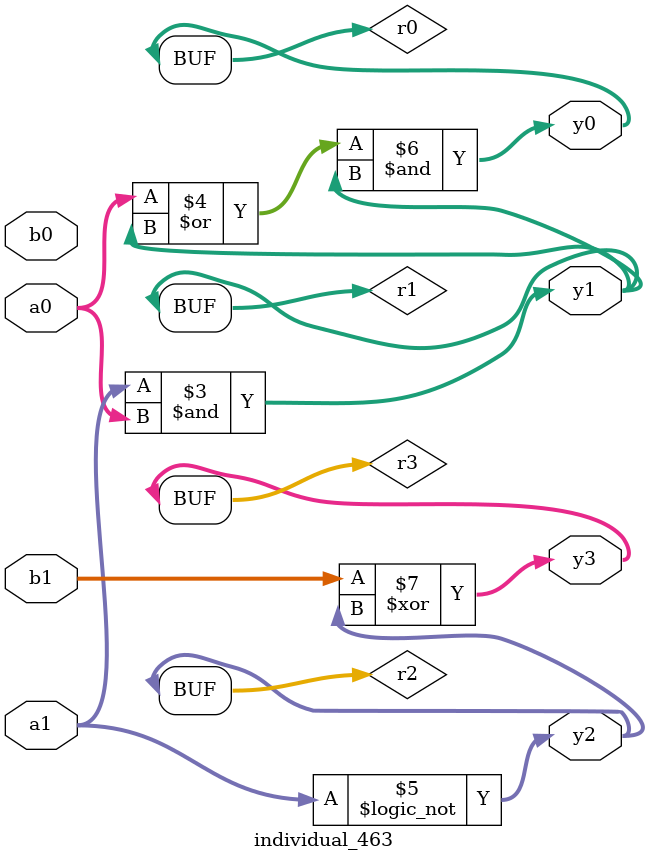
<source format=sv>
module individual_463(input logic [15:0] a1, input logic [15:0] a0, input logic [15:0] b1, input logic [15:0] b0, output logic [15:0] y3, output logic [15:0] y2, output logic [15:0] y1, output logic [15:0] y0);
logic [15:0] r0, r1, r2, r3; 
 always@(*) begin 
	 r0 = a0; r1 = a1; r2 = b0; r3 = b1; 
 	 r2  |=  a0 ;
 	 r1  &=  a0 ;
 	 r0  |=  r1 ;
 	 r2 = ! a1 ;
 	 r0  &=  r1 ;
 	 r3  ^=  r2 ;
 	 y3 = r3; y2 = r2; y1 = r1; y0 = r0; 
end
endmodule
</source>
